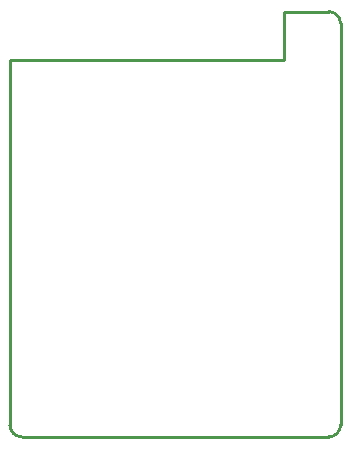
<source format=gko>
G04 Layer: BoardOutlineLayer*
G04 EasyEDA Pro v2.2.32.3, 2024-12-05 12:24:41*
G04 Gerber Generator version 0.3*
G04 Scale: 100 percent, Rotated: No, Reflected: No*
G04 Dimensions in millimeters*
G04 Leading zeros omitted, absolute positions, 3 integers and 5 decimals*
%FSLAX35Y35*%
%MOMM*%
%ADD10C,0.254*%
G75*


G04 PolygonModel Start*
G54D10*
G01X0Y-411862D02*
G01X2324100Y-411862D01*
G01X2324100Y0D01*
G01X0Y-3500000D02*
G01X0Y-411862D01*
G01X2324100Y0D02*
G01X2700000Y0D01*
G01X2700000Y0D02*
G02X2800000Y-100000I0J-100000D01*
G01X2800000Y-100000D02*
G01X2800000Y-3500000D01*
G01X2800000Y-3500000D02*
G02X2700000Y-3600000I-100000J0D01*
G01X2700000Y-3600000D02*
G01X100000Y-3600000D01*
G01X100000Y-3600000D02*
G02X0Y-3500000I0J100000D01*

M02*


</source>
